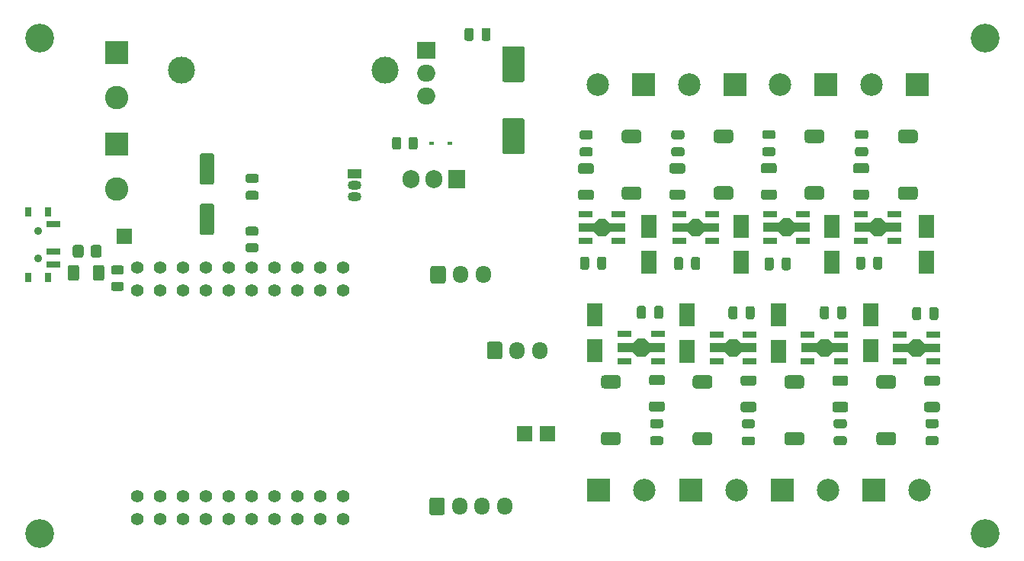
<source format=gts>
G04 #@! TF.GenerationSoftware,KiCad,Pcbnew,5.1.12-84ad8e8a86~92~ubuntu20.04.1*
G04 #@! TF.CreationDate,2021-11-25T00:21:49+01:00*
G04 #@! TF.ProjectId,CC dimmer low voltage,43432064-696d-46d6-9572-206c6f772076,0.93*
G04 #@! TF.SameCoordinates,Original*
G04 #@! TF.FileFunction,Soldermask,Top*
G04 #@! TF.FilePolarity,Negative*
%FSLAX46Y46*%
G04 Gerber Fmt 4.6, Leading zero omitted, Abs format (unit mm)*
G04 Created by KiCad (PCBNEW 5.1.12-84ad8e8a86~92~ubuntu20.04.1) date 2021-11-25 00:21:49*
%MOMM*%
%LPD*%
G01*
G04 APERTURE LIST*
%ADD10R,0.600000X0.450000*%
%ADD11C,1.400000*%
%ADD12O,2.000000X1.905000*%
%ADD13R,2.000000X1.905000*%
%ADD14C,3.000000*%
%ADD15R,1.700000X1.700000*%
%ADD16C,3.200000*%
%ADD17R,1.800000X2.500000*%
%ADD18O,1.700000X1.950000*%
%ADD19O,1.500000X1.050000*%
%ADD20R,1.500000X1.050000*%
%ADD21R,1.905000X2.000000*%
%ADD22O,1.905000X2.000000*%
%ADD23R,2.600000X2.600000*%
%ADD24C,2.600000*%
%ADD25C,2.500000*%
%ADD26R,2.500000X2.500000*%
%ADD27C,0.150000*%
%ADD28R,1.500000X0.700000*%
%ADD29C,0.900000*%
%ADD30R,0.800000X1.000000*%
G04 APERTURE END LIST*
D10*
X148447400Y-63998600D03*
X146347400Y-63998600D03*
G36*
G01*
X141997000Y-64435001D02*
X141997000Y-63534999D01*
G75*
G02*
X142246999Y-63285000I249999J0D01*
G01*
X142772001Y-63285000D01*
G75*
G02*
X143022000Y-63534999I0J-249999D01*
G01*
X143022000Y-64435001D01*
G75*
G02*
X142772001Y-64685000I-249999J0D01*
G01*
X142246999Y-64685000D01*
G75*
G02*
X141997000Y-64435001I0J249999D01*
G01*
G37*
G36*
G01*
X143822000Y-64435001D02*
X143822000Y-63534999D01*
G75*
G02*
X144071999Y-63285000I249999J0D01*
G01*
X144597001Y-63285000D01*
G75*
G02*
X144847000Y-63534999I0J-249999D01*
G01*
X144847000Y-64435001D01*
G75*
G02*
X144597001Y-64685000I-249999J0D01*
G01*
X144071999Y-64685000D01*
G75*
G02*
X143822000Y-64435001I0J249999D01*
G01*
G37*
D11*
X136522000Y-77775000D03*
X136522000Y-80315000D03*
X133982000Y-77775000D03*
X133982000Y-80315000D03*
X131442000Y-77775000D03*
X131442000Y-80315000D03*
X128902000Y-77775000D03*
X128902000Y-80315000D03*
X126362000Y-77775000D03*
X126362000Y-80315000D03*
X123822000Y-77775000D03*
X123822000Y-80315000D03*
X121282000Y-77775000D03*
X121282000Y-80315000D03*
X118742000Y-77775000D03*
X118742000Y-80315000D03*
X116202000Y-77775000D03*
X116202000Y-80315000D03*
X113662000Y-77775000D03*
X113662000Y-80315000D03*
X136522000Y-103175000D03*
X136522000Y-105715000D03*
X133982000Y-103175000D03*
X133982000Y-105715000D03*
X131442000Y-103175000D03*
X131442000Y-105715000D03*
X128902000Y-103175000D03*
X128902000Y-105715000D03*
X126362000Y-103175000D03*
X126362000Y-105715000D03*
X123822000Y-103175000D03*
X123822000Y-105715000D03*
X121282000Y-103175000D03*
X121282000Y-105715000D03*
X118742000Y-103175000D03*
X118742000Y-105715000D03*
X116202000Y-103175000D03*
X116202000Y-105715000D03*
X113662000Y-105715000D03*
X113662000Y-103175000D03*
D12*
X145796000Y-58703000D03*
X145796000Y-56163000D03*
D13*
X145796000Y-53623000D03*
D14*
X141212000Y-55875000D03*
X118612000Y-55875000D03*
D15*
X159222000Y-96275000D03*
D16*
X102880000Y-107300000D03*
G36*
G01*
X156462000Y-65195000D02*
X154462000Y-65195000D01*
G75*
G02*
X154212000Y-64945000I0J250000D01*
G01*
X154212000Y-61445000D01*
G75*
G02*
X154462000Y-61195000I250000J0D01*
G01*
X156462000Y-61195000D01*
G75*
G02*
X156712000Y-61445000I0J-250000D01*
G01*
X156712000Y-64945000D01*
G75*
G02*
X156462000Y-65195000I-250000J0D01*
G01*
G37*
G36*
G01*
X156462000Y-57195000D02*
X154462000Y-57195000D01*
G75*
G02*
X154212000Y-56945000I0J250000D01*
G01*
X154212000Y-53445000D01*
G75*
G02*
X154462000Y-53195000I250000J0D01*
G01*
X156462000Y-53195000D01*
G75*
G02*
X156712000Y-53445000I0J-250000D01*
G01*
X156712000Y-56945000D01*
G75*
G02*
X156462000Y-57195000I-250000J0D01*
G01*
G37*
G36*
G01*
X121982000Y-74185000D02*
X120882000Y-74185000D01*
G75*
G02*
X120632000Y-73935000I0J250000D01*
G01*
X120632000Y-70935000D01*
G75*
G02*
X120882000Y-70685000I250000J0D01*
G01*
X121982000Y-70685000D01*
G75*
G02*
X122232000Y-70935000I0J-250000D01*
G01*
X122232000Y-73935000D01*
G75*
G02*
X121982000Y-74185000I-250000J0D01*
G01*
G37*
G36*
G01*
X121982000Y-68585000D02*
X120882000Y-68585000D01*
G75*
G02*
X120632000Y-68335000I0J250000D01*
G01*
X120632000Y-65335000D01*
G75*
G02*
X120882000Y-65085000I250000J0D01*
G01*
X121982000Y-65085000D01*
G75*
G02*
X122232000Y-65335000I0J-250000D01*
G01*
X122232000Y-68335000D01*
G75*
G02*
X121982000Y-68585000I-250000J0D01*
G01*
G37*
D17*
X170492000Y-77185000D03*
X170492000Y-73185000D03*
X180762000Y-77205000D03*
X180762000Y-73205000D03*
X190832000Y-77195000D03*
X190832000Y-73195000D03*
X201302000Y-73225000D03*
X201302000Y-77225000D03*
G36*
G01*
X105977000Y-79000000D02*
X105977000Y-77750000D01*
G75*
G02*
X106227000Y-77500000I250000J0D01*
G01*
X106977000Y-77500000D01*
G75*
G02*
X107227000Y-77750000I0J-250000D01*
G01*
X107227000Y-79000000D01*
G75*
G02*
X106977000Y-79250000I-250000J0D01*
G01*
X106227000Y-79250000D01*
G75*
G02*
X105977000Y-79000000I0J250000D01*
G01*
G37*
G36*
G01*
X108777000Y-79000000D02*
X108777000Y-77750000D01*
G75*
G02*
X109027000Y-77500000I250000J0D01*
G01*
X109777000Y-77500000D01*
G75*
G02*
X110027000Y-77750000I0J-250000D01*
G01*
X110027000Y-79000000D01*
G75*
G02*
X109777000Y-79250000I-250000J0D01*
G01*
X109027000Y-79250000D01*
G75*
G02*
X108777000Y-79000000I0J250000D01*
G01*
G37*
G36*
G01*
X109732000Y-75524999D02*
X109732000Y-76425001D01*
G75*
G02*
X109482001Y-76675000I-249999J0D01*
G01*
X108781999Y-76675000D01*
G75*
G02*
X108532000Y-76425001I0J249999D01*
G01*
X108532000Y-75524999D01*
G75*
G02*
X108781999Y-75275000I249999J0D01*
G01*
X109482001Y-75275000D01*
G75*
G02*
X109732000Y-75524999I0J-249999D01*
G01*
G37*
G36*
G01*
X107732000Y-75524999D02*
X107732000Y-76425001D01*
G75*
G02*
X107482001Y-76675000I-249999J0D01*
G01*
X106781999Y-76675000D01*
G75*
G02*
X106532000Y-76425001I0J249999D01*
G01*
X106532000Y-75524999D01*
G75*
G02*
X106781999Y-75275000I249999J0D01*
G01*
X107482001Y-75275000D01*
G75*
G02*
X107732000Y-75524999I0J-249999D01*
G01*
G37*
D16*
X207880000Y-52300000D03*
G36*
G01*
X146242000Y-79310000D02*
X146242000Y-77860000D01*
G75*
G02*
X146492000Y-77610000I250000J0D01*
G01*
X147692000Y-77610000D01*
G75*
G02*
X147942000Y-77860000I0J-250000D01*
G01*
X147942000Y-79310000D01*
G75*
G02*
X147692000Y-79560000I-250000J0D01*
G01*
X146492000Y-79560000D01*
G75*
G02*
X146242000Y-79310000I0J250000D01*
G01*
G37*
D18*
X149592000Y-78585000D03*
X152092000Y-78585000D03*
G36*
G01*
X146132000Y-105040000D02*
X146132000Y-103590000D01*
G75*
G02*
X146382000Y-103340000I250000J0D01*
G01*
X147582000Y-103340000D01*
G75*
G02*
X147832000Y-103590000I0J-250000D01*
G01*
X147832000Y-105040000D01*
G75*
G02*
X147582000Y-105290000I-250000J0D01*
G01*
X146382000Y-105290000D01*
G75*
G02*
X146132000Y-105040000I0J250000D01*
G01*
G37*
X149482000Y-104315000D03*
X151982000Y-104315000D03*
X154482000Y-104315000D03*
D15*
X156672000Y-96275000D03*
X112292000Y-74275000D03*
G36*
G01*
X162896997Y-66230000D02*
X164147003Y-66230000D01*
G75*
G02*
X164397000Y-66479997I0J-249997D01*
G01*
X164397000Y-67105003D01*
G75*
G02*
X164147003Y-67355000I-249997J0D01*
G01*
X162896997Y-67355000D01*
G75*
G02*
X162647000Y-67105003I0J249997D01*
G01*
X162647000Y-66479997D01*
G75*
G02*
X162896997Y-66230000I249997J0D01*
G01*
G37*
G36*
G01*
X162896997Y-69155000D02*
X164147003Y-69155000D01*
G75*
G02*
X164397000Y-69404997I0J-249997D01*
G01*
X164397000Y-70030003D01*
G75*
G02*
X164147003Y-70280000I-249997J0D01*
G01*
X162896997Y-70280000D01*
G75*
G02*
X162647000Y-70030003I0J249997D01*
G01*
X162647000Y-69404997D01*
G75*
G02*
X162896997Y-69155000I249997J0D01*
G01*
G37*
G36*
G01*
X173046997Y-69135000D02*
X174297003Y-69135000D01*
G75*
G02*
X174547000Y-69384997I0J-249997D01*
G01*
X174547000Y-70010003D01*
G75*
G02*
X174297003Y-70260000I-249997J0D01*
G01*
X173046997Y-70260000D01*
G75*
G02*
X172797000Y-70010003I0J249997D01*
G01*
X172797000Y-69384997D01*
G75*
G02*
X173046997Y-69135000I249997J0D01*
G01*
G37*
G36*
G01*
X173046997Y-66210000D02*
X174297003Y-66210000D01*
G75*
G02*
X174547000Y-66459997I0J-249997D01*
G01*
X174547000Y-67085003D01*
G75*
G02*
X174297003Y-67335000I-249997J0D01*
G01*
X173046997Y-67335000D01*
G75*
G02*
X172797000Y-67085003I0J249997D01*
G01*
X172797000Y-66459997D01*
G75*
G02*
X173046997Y-66210000I249997J0D01*
G01*
G37*
G36*
G01*
X183206997Y-69125000D02*
X184457003Y-69125000D01*
G75*
G02*
X184707000Y-69374997I0J-249997D01*
G01*
X184707000Y-70000003D01*
G75*
G02*
X184457003Y-70250000I-249997J0D01*
G01*
X183206997Y-70250000D01*
G75*
G02*
X182957000Y-70000003I0J249997D01*
G01*
X182957000Y-69374997D01*
G75*
G02*
X183206997Y-69125000I249997J0D01*
G01*
G37*
G36*
G01*
X183206997Y-66200000D02*
X184457003Y-66200000D01*
G75*
G02*
X184707000Y-66449997I0J-249997D01*
G01*
X184707000Y-67075003D01*
G75*
G02*
X184457003Y-67325000I-249997J0D01*
G01*
X183206997Y-67325000D01*
G75*
G02*
X182957000Y-67075003I0J249997D01*
G01*
X182957000Y-66449997D01*
G75*
G02*
X183206997Y-66200000I249997J0D01*
G01*
G37*
G36*
G01*
X193446997Y-66200000D02*
X194697003Y-66200000D01*
G75*
G02*
X194947000Y-66449997I0J-249997D01*
G01*
X194947000Y-67075003D01*
G75*
G02*
X194697003Y-67325000I-249997J0D01*
G01*
X193446997Y-67325000D01*
G75*
G02*
X193197000Y-67075003I0J249997D01*
G01*
X193197000Y-66449997D01*
G75*
G02*
X193446997Y-66200000I249997J0D01*
G01*
G37*
G36*
G01*
X193446997Y-69125000D02*
X194697003Y-69125000D01*
G75*
G02*
X194947000Y-69374997I0J-249997D01*
G01*
X194947000Y-70000003D01*
G75*
G02*
X194697003Y-70250000I-249997J0D01*
G01*
X193446997Y-70250000D01*
G75*
G02*
X193197000Y-70000003I0J249997D01*
G01*
X193197000Y-69374997D01*
G75*
G02*
X193446997Y-69125000I249997J0D01*
G01*
G37*
D19*
X137862000Y-68685000D03*
X137862000Y-69955000D03*
D20*
X137862000Y-67415000D03*
D21*
X149152000Y-67985000D03*
D22*
X146612000Y-67985000D03*
X144072000Y-67985000D03*
D23*
X111412000Y-53895000D03*
D24*
X111412000Y-58895000D03*
D25*
X164802000Y-57507000D03*
D26*
X169882000Y-57507000D03*
X180032000Y-57505000D03*
D25*
X174952000Y-57505000D03*
X185102000Y-57495000D03*
D26*
X190182000Y-57495000D03*
X200332000Y-57485000D03*
D25*
X195252000Y-57485000D03*
D27*
G36*
X164392000Y-73835000D02*
G01*
X162692000Y-73835000D01*
X162692000Y-72835000D01*
X164392000Y-72835000D01*
X164892000Y-72335000D01*
X165692000Y-72335000D01*
X166192000Y-72835000D01*
X167892000Y-72835000D01*
X167892000Y-73835000D01*
X166192000Y-73835000D01*
X165692000Y-74335000D01*
X164892000Y-74335000D01*
X164392000Y-73835000D01*
G37*
D28*
X167142000Y-71835000D03*
X167142000Y-74835000D03*
X163442000Y-71835000D03*
X163442000Y-74835000D03*
D27*
G36*
X174822000Y-73835000D02*
G01*
X173122000Y-73835000D01*
X173122000Y-72835000D01*
X174822000Y-72835000D01*
X175322000Y-72335000D01*
X176122000Y-72335000D01*
X176622000Y-72835000D01*
X178322000Y-72835000D01*
X178322000Y-73835000D01*
X176622000Y-73835000D01*
X176122000Y-74335000D01*
X175322000Y-74335000D01*
X174822000Y-73835000D01*
G37*
D28*
X177572000Y-71835000D03*
X177572000Y-74835000D03*
X173872000Y-71835000D03*
X173872000Y-74835000D03*
D27*
G36*
X184882000Y-73825000D02*
G01*
X183182000Y-73825000D01*
X183182000Y-72825000D01*
X184882000Y-72825000D01*
X185382000Y-72325000D01*
X186182000Y-72325000D01*
X186682000Y-72825000D01*
X188382000Y-72825000D01*
X188382000Y-73825000D01*
X186682000Y-73825000D01*
X186182000Y-74325000D01*
X185382000Y-74325000D01*
X184882000Y-73825000D01*
G37*
D28*
X187632000Y-71825000D03*
X187632000Y-74825000D03*
X183932000Y-71825000D03*
X183932000Y-74825000D03*
D27*
G36*
X195032000Y-73825000D02*
G01*
X193332000Y-73825000D01*
X193332000Y-72825000D01*
X195032000Y-72825000D01*
X195532000Y-72325000D01*
X196332000Y-72325000D01*
X196832000Y-72825000D01*
X198532000Y-72825000D01*
X198532000Y-73825000D01*
X196832000Y-73825000D01*
X196332000Y-74325000D01*
X195532000Y-74325000D01*
X195032000Y-73825000D01*
G37*
D28*
X197782000Y-71825000D03*
X197782000Y-74825000D03*
X194082000Y-71825000D03*
X194082000Y-74825000D03*
G36*
G01*
X169317000Y-70285000D02*
X167867000Y-70285000D01*
G75*
G02*
X167492000Y-69910000I0J375000D01*
G01*
X167492000Y-69160000D01*
G75*
G02*
X167867000Y-68785000I375000J0D01*
G01*
X169317000Y-68785000D01*
G75*
G02*
X169692000Y-69160000I0J-375000D01*
G01*
X169692000Y-69910000D01*
G75*
G02*
X169317000Y-70285000I-375000J0D01*
G01*
G37*
G36*
G01*
X169317000Y-63985000D02*
X167867000Y-63985000D01*
G75*
G02*
X167492000Y-63610000I0J375000D01*
G01*
X167492000Y-62860000D01*
G75*
G02*
X167867000Y-62485000I375000J0D01*
G01*
X169317000Y-62485000D01*
G75*
G02*
X169692000Y-62860000I0J-375000D01*
G01*
X169692000Y-63610000D01*
G75*
G02*
X169317000Y-63985000I-375000J0D01*
G01*
G37*
G36*
G01*
X179517000Y-70265000D02*
X178067000Y-70265000D01*
G75*
G02*
X177692000Y-69890000I0J375000D01*
G01*
X177692000Y-69140000D01*
G75*
G02*
X178067000Y-68765000I375000J0D01*
G01*
X179517000Y-68765000D01*
G75*
G02*
X179892000Y-69140000I0J-375000D01*
G01*
X179892000Y-69890000D01*
G75*
G02*
X179517000Y-70265000I-375000J0D01*
G01*
G37*
G36*
G01*
X179517000Y-63965000D02*
X178067000Y-63965000D01*
G75*
G02*
X177692000Y-63590000I0J375000D01*
G01*
X177692000Y-62840000D01*
G75*
G02*
X178067000Y-62465000I375000J0D01*
G01*
X179517000Y-62465000D01*
G75*
G02*
X179892000Y-62840000I0J-375000D01*
G01*
X179892000Y-63590000D01*
G75*
G02*
X179517000Y-63965000I-375000J0D01*
G01*
G37*
G36*
G01*
X189607000Y-63965000D02*
X188157000Y-63965000D01*
G75*
G02*
X187782000Y-63590000I0J375000D01*
G01*
X187782000Y-62840000D01*
G75*
G02*
X188157000Y-62465000I375000J0D01*
G01*
X189607000Y-62465000D01*
G75*
G02*
X189982000Y-62840000I0J-375000D01*
G01*
X189982000Y-63590000D01*
G75*
G02*
X189607000Y-63965000I-375000J0D01*
G01*
G37*
G36*
G01*
X189607000Y-70265000D02*
X188157000Y-70265000D01*
G75*
G02*
X187782000Y-69890000I0J375000D01*
G01*
X187782000Y-69140000D01*
G75*
G02*
X188157000Y-68765000I375000J0D01*
G01*
X189607000Y-68765000D01*
G75*
G02*
X189982000Y-69140000I0J-375000D01*
G01*
X189982000Y-69890000D01*
G75*
G02*
X189607000Y-70265000I-375000J0D01*
G01*
G37*
G36*
G01*
X199997000Y-70275000D02*
X198547000Y-70275000D01*
G75*
G02*
X198172000Y-69900000I0J375000D01*
G01*
X198172000Y-69150000D01*
G75*
G02*
X198547000Y-68775000I375000J0D01*
G01*
X199997000Y-68775000D01*
G75*
G02*
X200372000Y-69150000I0J-375000D01*
G01*
X200372000Y-69900000D01*
G75*
G02*
X199997000Y-70275000I-375000J0D01*
G01*
G37*
G36*
G01*
X199997000Y-63975000D02*
X198547000Y-63975000D01*
G75*
G02*
X198172000Y-63600000I0J375000D01*
G01*
X198172000Y-62850000D01*
G75*
G02*
X198547000Y-62475000I375000J0D01*
G01*
X199997000Y-62475000D01*
G75*
G02*
X200372000Y-62850000I0J-375000D01*
G01*
X200372000Y-63600000D01*
G75*
G02*
X199997000Y-63975000I-375000J0D01*
G01*
G37*
D17*
X195122000Y-87045000D03*
X195122000Y-83045000D03*
X184932000Y-87075000D03*
X184932000Y-83075000D03*
X174752000Y-83075000D03*
X174752000Y-87075000D03*
X164462000Y-83055000D03*
X164462000Y-87055000D03*
G36*
G01*
X196137000Y-89745000D02*
X197587000Y-89745000D01*
G75*
G02*
X197962000Y-90120000I0J-375000D01*
G01*
X197962000Y-90870000D01*
G75*
G02*
X197587000Y-91245000I-375000J0D01*
G01*
X196137000Y-91245000D01*
G75*
G02*
X195762000Y-90870000I0J375000D01*
G01*
X195762000Y-90120000D01*
G75*
G02*
X196137000Y-89745000I375000J0D01*
G01*
G37*
G36*
G01*
X196137000Y-96045000D02*
X197587000Y-96045000D01*
G75*
G02*
X197962000Y-96420000I0J-375000D01*
G01*
X197962000Y-97170000D01*
G75*
G02*
X197587000Y-97545000I-375000J0D01*
G01*
X196137000Y-97545000D01*
G75*
G02*
X195762000Y-97170000I0J375000D01*
G01*
X195762000Y-96420000D01*
G75*
G02*
X196137000Y-96045000I375000J0D01*
G01*
G37*
G36*
G01*
X185937000Y-96045000D02*
X187387000Y-96045000D01*
G75*
G02*
X187762000Y-96420000I0J-375000D01*
G01*
X187762000Y-97170000D01*
G75*
G02*
X187387000Y-97545000I-375000J0D01*
G01*
X185937000Y-97545000D01*
G75*
G02*
X185562000Y-97170000I0J375000D01*
G01*
X185562000Y-96420000D01*
G75*
G02*
X185937000Y-96045000I375000J0D01*
G01*
G37*
G36*
G01*
X185937000Y-89745000D02*
X187387000Y-89745000D01*
G75*
G02*
X187762000Y-90120000I0J-375000D01*
G01*
X187762000Y-90870000D01*
G75*
G02*
X187387000Y-91245000I-375000J0D01*
G01*
X185937000Y-91245000D01*
G75*
G02*
X185562000Y-90870000I0J375000D01*
G01*
X185562000Y-90120000D01*
G75*
G02*
X185937000Y-89745000I375000J0D01*
G01*
G37*
G36*
G01*
X175747000Y-89745000D02*
X177197000Y-89745000D01*
G75*
G02*
X177572000Y-90120000I0J-375000D01*
G01*
X177572000Y-90870000D01*
G75*
G02*
X177197000Y-91245000I-375000J0D01*
G01*
X175747000Y-91245000D01*
G75*
G02*
X175372000Y-90870000I0J375000D01*
G01*
X175372000Y-90120000D01*
G75*
G02*
X175747000Y-89745000I375000J0D01*
G01*
G37*
G36*
G01*
X175747000Y-96045000D02*
X177197000Y-96045000D01*
G75*
G02*
X177572000Y-96420000I0J-375000D01*
G01*
X177572000Y-97170000D01*
G75*
G02*
X177197000Y-97545000I-375000J0D01*
G01*
X175747000Y-97545000D01*
G75*
G02*
X175372000Y-97170000I0J375000D01*
G01*
X175372000Y-96420000D01*
G75*
G02*
X175747000Y-96045000I375000J0D01*
G01*
G37*
G36*
G01*
X165557000Y-96035000D02*
X167007000Y-96035000D01*
G75*
G02*
X167382000Y-96410000I0J-375000D01*
G01*
X167382000Y-97160000D01*
G75*
G02*
X167007000Y-97535000I-375000J0D01*
G01*
X165557000Y-97535000D01*
G75*
G02*
X165182000Y-97160000I0J375000D01*
G01*
X165182000Y-96410000D01*
G75*
G02*
X165557000Y-96035000I375000J0D01*
G01*
G37*
G36*
G01*
X165557000Y-89735000D02*
X167007000Y-89735000D01*
G75*
G02*
X167382000Y-90110000I0J-375000D01*
G01*
X167382000Y-90860000D01*
G75*
G02*
X167007000Y-91235000I-375000J0D01*
G01*
X165557000Y-91235000D01*
G75*
G02*
X165182000Y-90860000I0J375000D01*
G01*
X165182000Y-90110000D01*
G75*
G02*
X165557000Y-89735000I375000J0D01*
G01*
G37*
D26*
X195472000Y-102545000D03*
D25*
X200552000Y-102545000D03*
X190382000Y-102545000D03*
D26*
X185302000Y-102545000D03*
X175132000Y-102545000D03*
D25*
X180212000Y-102545000D03*
X170032000Y-102545000D03*
D26*
X164952000Y-102545000D03*
G36*
G01*
X202577003Y-93850000D02*
X201326997Y-93850000D01*
G75*
G02*
X201077000Y-93600003I0J249997D01*
G01*
X201077000Y-92974997D01*
G75*
G02*
X201326997Y-92725000I249997J0D01*
G01*
X202577003Y-92725000D01*
G75*
G02*
X202827000Y-92974997I0J-249997D01*
G01*
X202827000Y-93600003D01*
G75*
G02*
X202577003Y-93850000I-249997J0D01*
G01*
G37*
G36*
G01*
X202577003Y-90925000D02*
X201326997Y-90925000D01*
G75*
G02*
X201077000Y-90675003I0J249997D01*
G01*
X201077000Y-90049997D01*
G75*
G02*
X201326997Y-89800000I249997J0D01*
G01*
X202577003Y-89800000D01*
G75*
G02*
X202827000Y-90049997I0J-249997D01*
G01*
X202827000Y-90675003D01*
G75*
G02*
X202577003Y-90925000I-249997J0D01*
G01*
G37*
G36*
G01*
X192387003Y-90915000D02*
X191136997Y-90915000D01*
G75*
G02*
X190887000Y-90665003I0J249997D01*
G01*
X190887000Y-90039997D01*
G75*
G02*
X191136997Y-89790000I249997J0D01*
G01*
X192387003Y-89790000D01*
G75*
G02*
X192637000Y-90039997I0J-249997D01*
G01*
X192637000Y-90665003D01*
G75*
G02*
X192387003Y-90915000I-249997J0D01*
G01*
G37*
G36*
G01*
X192387003Y-93840000D02*
X191136997Y-93840000D01*
G75*
G02*
X190887000Y-93590003I0J249997D01*
G01*
X190887000Y-92964997D01*
G75*
G02*
X191136997Y-92715000I249997J0D01*
G01*
X192387003Y-92715000D01*
G75*
G02*
X192637000Y-92964997I0J-249997D01*
G01*
X192637000Y-93590003D01*
G75*
G02*
X192387003Y-93840000I-249997J0D01*
G01*
G37*
G36*
G01*
X182197003Y-90915000D02*
X180946997Y-90915000D01*
G75*
G02*
X180697000Y-90665003I0J249997D01*
G01*
X180697000Y-90039997D01*
G75*
G02*
X180946997Y-89790000I249997J0D01*
G01*
X182197003Y-89790000D01*
G75*
G02*
X182447000Y-90039997I0J-249997D01*
G01*
X182447000Y-90665003D01*
G75*
G02*
X182197003Y-90915000I-249997J0D01*
G01*
G37*
G36*
G01*
X182197003Y-93840000D02*
X180946997Y-93840000D01*
G75*
G02*
X180697000Y-93590003I0J249997D01*
G01*
X180697000Y-92964997D01*
G75*
G02*
X180946997Y-92715000I249997J0D01*
G01*
X182197003Y-92715000D01*
G75*
G02*
X182447000Y-92964997I0J-249997D01*
G01*
X182447000Y-93590003D01*
G75*
G02*
X182197003Y-93840000I-249997J0D01*
G01*
G37*
G36*
G01*
X172027003Y-93790000D02*
X170776997Y-93790000D01*
G75*
G02*
X170527000Y-93540003I0J249997D01*
G01*
X170527000Y-92914997D01*
G75*
G02*
X170776997Y-92665000I249997J0D01*
G01*
X172027003Y-92665000D01*
G75*
G02*
X172277000Y-92914997I0J-249997D01*
G01*
X172277000Y-93540003D01*
G75*
G02*
X172027003Y-93790000I-249997J0D01*
G01*
G37*
G36*
G01*
X172027003Y-90865000D02*
X170776997Y-90865000D01*
G75*
G02*
X170527000Y-90615003I0J249997D01*
G01*
X170527000Y-89989997D01*
G75*
G02*
X170776997Y-89740000I249997J0D01*
G01*
X172027003Y-89740000D01*
G75*
G02*
X172277000Y-89989997I0J-249997D01*
G01*
X172277000Y-90615003D01*
G75*
G02*
X172027003Y-90865000I-249997J0D01*
G01*
G37*
D28*
X202082000Y-85225000D03*
X202082000Y-88225000D03*
X198382000Y-85225000D03*
X198382000Y-88225000D03*
D27*
G36*
X201132000Y-86225000D02*
G01*
X202832000Y-86225000D01*
X202832000Y-87225000D01*
X201132000Y-87225000D01*
X200632000Y-87725000D01*
X199832000Y-87725000D01*
X199332000Y-87225000D01*
X197632000Y-87225000D01*
X197632000Y-86225000D01*
X199332000Y-86225000D01*
X199832000Y-85725000D01*
X200632000Y-85725000D01*
X201132000Y-86225000D01*
G37*
G36*
X190902000Y-86205000D02*
G01*
X192602000Y-86205000D01*
X192602000Y-87205000D01*
X190902000Y-87205000D01*
X190402000Y-87705000D01*
X189602000Y-87705000D01*
X189102000Y-87205000D01*
X187402000Y-87205000D01*
X187402000Y-86205000D01*
X189102000Y-86205000D01*
X189602000Y-85705000D01*
X190402000Y-85705000D01*
X190902000Y-86205000D01*
G37*
D28*
X188152000Y-88205000D03*
X188152000Y-85205000D03*
X191852000Y-88205000D03*
X191852000Y-85205000D03*
X181702000Y-85205000D03*
X181702000Y-88205000D03*
X178002000Y-85205000D03*
X178002000Y-88205000D03*
D27*
G36*
X180752000Y-86205000D02*
G01*
X182452000Y-86205000D01*
X182452000Y-87205000D01*
X180752000Y-87205000D01*
X180252000Y-87705000D01*
X179452000Y-87705000D01*
X178952000Y-87205000D01*
X177252000Y-87205000D01*
X177252000Y-86205000D01*
X178952000Y-86205000D01*
X179452000Y-85705000D01*
X180252000Y-85705000D01*
X180752000Y-86205000D01*
G37*
G36*
X170562000Y-86185000D02*
G01*
X172262000Y-86185000D01*
X172262000Y-87185000D01*
X170562000Y-87185000D01*
X170062000Y-87685000D01*
X169262000Y-87685000D01*
X168762000Y-87185000D01*
X167062000Y-87185000D01*
X167062000Y-86185000D01*
X168762000Y-86185000D01*
X169262000Y-85685000D01*
X170062000Y-85685000D01*
X170562000Y-86185000D01*
G37*
D28*
X167812000Y-88185000D03*
X167812000Y-85185000D03*
X171512000Y-88185000D03*
X171512000Y-85185000D03*
D16*
X102880000Y-52300000D03*
X207880000Y-107300000D03*
G36*
G01*
X162872000Y-77780000D02*
X162872000Y-76830000D01*
G75*
G02*
X163122000Y-76580000I250000J0D01*
G01*
X163622000Y-76580000D01*
G75*
G02*
X163872000Y-76830000I0J-250000D01*
G01*
X163872000Y-77780000D01*
G75*
G02*
X163622000Y-78030000I-250000J0D01*
G01*
X163122000Y-78030000D01*
G75*
G02*
X162872000Y-77780000I0J250000D01*
G01*
G37*
G36*
G01*
X164772000Y-77780000D02*
X164772000Y-76830000D01*
G75*
G02*
X165022000Y-76580000I250000J0D01*
G01*
X165522000Y-76580000D01*
G75*
G02*
X165772000Y-76830000I0J-250000D01*
G01*
X165772000Y-77780000D01*
G75*
G02*
X165522000Y-78030000I-250000J0D01*
G01*
X165022000Y-78030000D01*
G75*
G02*
X164772000Y-77780000I0J250000D01*
G01*
G37*
G36*
G01*
X164017000Y-65445000D02*
X163067000Y-65445000D01*
G75*
G02*
X162817000Y-65195000I0J250000D01*
G01*
X162817000Y-64695000D01*
G75*
G02*
X163067000Y-64445000I250000J0D01*
G01*
X164017000Y-64445000D01*
G75*
G02*
X164267000Y-64695000I0J-250000D01*
G01*
X164267000Y-65195000D01*
G75*
G02*
X164017000Y-65445000I-250000J0D01*
G01*
G37*
G36*
G01*
X164017000Y-63545000D02*
X163067000Y-63545000D01*
G75*
G02*
X162817000Y-63295000I0J250000D01*
G01*
X162817000Y-62795000D01*
G75*
G02*
X163067000Y-62545000I250000J0D01*
G01*
X164017000Y-62545000D01*
G75*
G02*
X164267000Y-62795000I0J-250000D01*
G01*
X164267000Y-63295000D01*
G75*
G02*
X164017000Y-63545000I-250000J0D01*
G01*
G37*
G36*
G01*
X175202000Y-77810000D02*
X175202000Y-76860000D01*
G75*
G02*
X175452000Y-76610000I250000J0D01*
G01*
X175952000Y-76610000D01*
G75*
G02*
X176202000Y-76860000I0J-250000D01*
G01*
X176202000Y-77810000D01*
G75*
G02*
X175952000Y-78060000I-250000J0D01*
G01*
X175452000Y-78060000D01*
G75*
G02*
X175202000Y-77810000I0J250000D01*
G01*
G37*
G36*
G01*
X173302000Y-77810000D02*
X173302000Y-76860000D01*
G75*
G02*
X173552000Y-76610000I250000J0D01*
G01*
X174052000Y-76610000D01*
G75*
G02*
X174302000Y-76860000I0J-250000D01*
G01*
X174302000Y-77810000D01*
G75*
G02*
X174052000Y-78060000I-250000J0D01*
G01*
X173552000Y-78060000D01*
G75*
G02*
X173302000Y-77810000I0J250000D01*
G01*
G37*
G36*
G01*
X174202000Y-63545000D02*
X173252000Y-63545000D01*
G75*
G02*
X173002000Y-63295000I0J250000D01*
G01*
X173002000Y-62795000D01*
G75*
G02*
X173252000Y-62545000I250000J0D01*
G01*
X174202000Y-62545000D01*
G75*
G02*
X174452000Y-62795000I0J-250000D01*
G01*
X174452000Y-63295000D01*
G75*
G02*
X174202000Y-63545000I-250000J0D01*
G01*
G37*
G36*
G01*
X174202000Y-65445000D02*
X173252000Y-65445000D01*
G75*
G02*
X173002000Y-65195000I0J250000D01*
G01*
X173002000Y-64695000D01*
G75*
G02*
X173252000Y-64445000I250000J0D01*
G01*
X174202000Y-64445000D01*
G75*
G02*
X174452000Y-64695000I0J-250000D01*
G01*
X174452000Y-65195000D01*
G75*
G02*
X174202000Y-65445000I-250000J0D01*
G01*
G37*
G36*
G01*
X183352000Y-77845000D02*
X183352000Y-76895000D01*
G75*
G02*
X183602000Y-76645000I250000J0D01*
G01*
X184102000Y-76645000D01*
G75*
G02*
X184352000Y-76895000I0J-250000D01*
G01*
X184352000Y-77845000D01*
G75*
G02*
X184102000Y-78095000I-250000J0D01*
G01*
X183602000Y-78095000D01*
G75*
G02*
X183352000Y-77845000I0J250000D01*
G01*
G37*
G36*
G01*
X185252000Y-77845000D02*
X185252000Y-76895000D01*
G75*
G02*
X185502000Y-76645000I250000J0D01*
G01*
X186002000Y-76645000D01*
G75*
G02*
X186252000Y-76895000I0J-250000D01*
G01*
X186252000Y-77845000D01*
G75*
G02*
X186002000Y-78095000I-250000J0D01*
G01*
X185502000Y-78095000D01*
G75*
G02*
X185252000Y-77845000I0J250000D01*
G01*
G37*
G36*
G01*
X184302000Y-65420000D02*
X183352000Y-65420000D01*
G75*
G02*
X183102000Y-65170000I0J250000D01*
G01*
X183102000Y-64670000D01*
G75*
G02*
X183352000Y-64420000I250000J0D01*
G01*
X184302000Y-64420000D01*
G75*
G02*
X184552000Y-64670000I0J-250000D01*
G01*
X184552000Y-65170000D01*
G75*
G02*
X184302000Y-65420000I-250000J0D01*
G01*
G37*
G36*
G01*
X184302000Y-63520000D02*
X183352000Y-63520000D01*
G75*
G02*
X183102000Y-63270000I0J250000D01*
G01*
X183102000Y-62770000D01*
G75*
G02*
X183352000Y-62520000I250000J0D01*
G01*
X184302000Y-62520000D01*
G75*
G02*
X184552000Y-62770000I0J-250000D01*
G01*
X184552000Y-63270000D01*
G75*
G02*
X184302000Y-63520000I-250000J0D01*
G01*
G37*
G36*
G01*
X195422000Y-77770000D02*
X195422000Y-76820000D01*
G75*
G02*
X195672000Y-76570000I250000J0D01*
G01*
X196172000Y-76570000D01*
G75*
G02*
X196422000Y-76820000I0J-250000D01*
G01*
X196422000Y-77770000D01*
G75*
G02*
X196172000Y-78020000I-250000J0D01*
G01*
X195672000Y-78020000D01*
G75*
G02*
X195422000Y-77770000I0J250000D01*
G01*
G37*
G36*
G01*
X193522000Y-77770000D02*
X193522000Y-76820000D01*
G75*
G02*
X193772000Y-76570000I250000J0D01*
G01*
X194272000Y-76570000D01*
G75*
G02*
X194522000Y-76820000I0J-250000D01*
G01*
X194522000Y-77770000D01*
G75*
G02*
X194272000Y-78020000I-250000J0D01*
G01*
X193772000Y-78020000D01*
G75*
G02*
X193522000Y-77770000I0J250000D01*
G01*
G37*
G36*
G01*
X194602000Y-63520000D02*
X193652000Y-63520000D01*
G75*
G02*
X193402000Y-63270000I0J250000D01*
G01*
X193402000Y-62770000D01*
G75*
G02*
X193652000Y-62520000I250000J0D01*
G01*
X194602000Y-62520000D01*
G75*
G02*
X194852000Y-62770000I0J-250000D01*
G01*
X194852000Y-63270000D01*
G75*
G02*
X194602000Y-63520000I-250000J0D01*
G01*
G37*
G36*
G01*
X194602000Y-65420000D02*
X193652000Y-65420000D01*
G75*
G02*
X193402000Y-65170000I0J250000D01*
G01*
X193402000Y-64670000D01*
G75*
G02*
X193652000Y-64420000I250000J0D01*
G01*
X194602000Y-64420000D01*
G75*
G02*
X194852000Y-64670000I0J-250000D01*
G01*
X194852000Y-65170000D01*
G75*
G02*
X194602000Y-65420000I-250000J0D01*
G01*
G37*
G36*
G01*
X200752000Y-82420000D02*
X200752000Y-83370000D01*
G75*
G02*
X200502000Y-83620000I-250000J0D01*
G01*
X200002000Y-83620000D01*
G75*
G02*
X199752000Y-83370000I0J250000D01*
G01*
X199752000Y-82420000D01*
G75*
G02*
X200002000Y-82170000I250000J0D01*
G01*
X200502000Y-82170000D01*
G75*
G02*
X200752000Y-82420000I0J-250000D01*
G01*
G37*
G36*
G01*
X202652000Y-82420000D02*
X202652000Y-83370000D01*
G75*
G02*
X202402000Y-83620000I-250000J0D01*
G01*
X201902000Y-83620000D01*
G75*
G02*
X201652000Y-83370000I0J250000D01*
G01*
X201652000Y-82420000D01*
G75*
G02*
X201902000Y-82170000I250000J0D01*
G01*
X202402000Y-82170000D01*
G75*
G02*
X202652000Y-82420000I0J-250000D01*
G01*
G37*
G36*
G01*
X201477000Y-96520000D02*
X202427000Y-96520000D01*
G75*
G02*
X202677000Y-96770000I0J-250000D01*
G01*
X202677000Y-97270000D01*
G75*
G02*
X202427000Y-97520000I-250000J0D01*
G01*
X201477000Y-97520000D01*
G75*
G02*
X201227000Y-97270000I0J250000D01*
G01*
X201227000Y-96770000D01*
G75*
G02*
X201477000Y-96520000I250000J0D01*
G01*
G37*
G36*
G01*
X201477000Y-94620000D02*
X202427000Y-94620000D01*
G75*
G02*
X202677000Y-94870000I0J-250000D01*
G01*
X202677000Y-95370000D01*
G75*
G02*
X202427000Y-95620000I-250000J0D01*
G01*
X201477000Y-95620000D01*
G75*
G02*
X201227000Y-95370000I0J250000D01*
G01*
X201227000Y-94870000D01*
G75*
G02*
X201477000Y-94620000I250000J0D01*
G01*
G37*
G36*
G01*
X192412000Y-82320000D02*
X192412000Y-83270000D01*
G75*
G02*
X192162000Y-83520000I-250000J0D01*
G01*
X191662000Y-83520000D01*
G75*
G02*
X191412000Y-83270000I0J250000D01*
G01*
X191412000Y-82320000D01*
G75*
G02*
X191662000Y-82070000I250000J0D01*
G01*
X192162000Y-82070000D01*
G75*
G02*
X192412000Y-82320000I0J-250000D01*
G01*
G37*
G36*
G01*
X190512000Y-82320000D02*
X190512000Y-83270000D01*
G75*
G02*
X190262000Y-83520000I-250000J0D01*
G01*
X189762000Y-83520000D01*
G75*
G02*
X189512000Y-83270000I0J250000D01*
G01*
X189512000Y-82320000D01*
G75*
G02*
X189762000Y-82070000I250000J0D01*
G01*
X190262000Y-82070000D01*
G75*
G02*
X190512000Y-82320000I0J-250000D01*
G01*
G37*
G36*
G01*
X191277000Y-94620000D02*
X192227000Y-94620000D01*
G75*
G02*
X192477000Y-94870000I0J-250000D01*
G01*
X192477000Y-95370000D01*
G75*
G02*
X192227000Y-95620000I-250000J0D01*
G01*
X191277000Y-95620000D01*
G75*
G02*
X191027000Y-95370000I0J250000D01*
G01*
X191027000Y-94870000D01*
G75*
G02*
X191277000Y-94620000I250000J0D01*
G01*
G37*
G36*
G01*
X191277000Y-96520000D02*
X192227000Y-96520000D01*
G75*
G02*
X192477000Y-96770000I0J-250000D01*
G01*
X192477000Y-97270000D01*
G75*
G02*
X192227000Y-97520000I-250000J0D01*
G01*
X191277000Y-97520000D01*
G75*
G02*
X191027000Y-97270000I0J250000D01*
G01*
X191027000Y-96770000D01*
G75*
G02*
X191277000Y-96520000I250000J0D01*
G01*
G37*
G36*
G01*
X182252000Y-82330000D02*
X182252000Y-83280000D01*
G75*
G02*
X182002000Y-83530000I-250000J0D01*
G01*
X181502000Y-83530000D01*
G75*
G02*
X181252000Y-83280000I0J250000D01*
G01*
X181252000Y-82330000D01*
G75*
G02*
X181502000Y-82080000I250000J0D01*
G01*
X182002000Y-82080000D01*
G75*
G02*
X182252000Y-82330000I0J-250000D01*
G01*
G37*
G36*
G01*
X180352000Y-82330000D02*
X180352000Y-83280000D01*
G75*
G02*
X180102000Y-83530000I-250000J0D01*
G01*
X179602000Y-83530000D01*
G75*
G02*
X179352000Y-83280000I0J250000D01*
G01*
X179352000Y-82330000D01*
G75*
G02*
X179602000Y-82080000I250000J0D01*
G01*
X180102000Y-82080000D01*
G75*
G02*
X180352000Y-82330000I0J-250000D01*
G01*
G37*
G36*
G01*
X181077000Y-96545000D02*
X182027000Y-96545000D01*
G75*
G02*
X182277000Y-96795000I0J-250000D01*
G01*
X182277000Y-97295000D01*
G75*
G02*
X182027000Y-97545000I-250000J0D01*
G01*
X181077000Y-97545000D01*
G75*
G02*
X180827000Y-97295000I0J250000D01*
G01*
X180827000Y-96795000D01*
G75*
G02*
X181077000Y-96545000I250000J0D01*
G01*
G37*
G36*
G01*
X181077000Y-94645000D02*
X182027000Y-94645000D01*
G75*
G02*
X182277000Y-94895000I0J-250000D01*
G01*
X182277000Y-95395000D01*
G75*
G02*
X182027000Y-95645000I-250000J0D01*
G01*
X181077000Y-95645000D01*
G75*
G02*
X180827000Y-95395000I0J250000D01*
G01*
X180827000Y-94895000D01*
G75*
G02*
X181077000Y-94645000I250000J0D01*
G01*
G37*
G36*
G01*
X170182000Y-82300000D02*
X170182000Y-83250000D01*
G75*
G02*
X169932000Y-83500000I-250000J0D01*
G01*
X169432000Y-83500000D01*
G75*
G02*
X169182000Y-83250000I0J250000D01*
G01*
X169182000Y-82300000D01*
G75*
G02*
X169432000Y-82050000I250000J0D01*
G01*
X169932000Y-82050000D01*
G75*
G02*
X170182000Y-82300000I0J-250000D01*
G01*
G37*
G36*
G01*
X172082000Y-82300000D02*
X172082000Y-83250000D01*
G75*
G02*
X171832000Y-83500000I-250000J0D01*
G01*
X171332000Y-83500000D01*
G75*
G02*
X171082000Y-83250000I0J250000D01*
G01*
X171082000Y-82300000D01*
G75*
G02*
X171332000Y-82050000I250000J0D01*
G01*
X171832000Y-82050000D01*
G75*
G02*
X172082000Y-82300000I0J-250000D01*
G01*
G37*
G36*
G01*
X170902000Y-94620000D02*
X171852000Y-94620000D01*
G75*
G02*
X172102000Y-94870000I0J-250000D01*
G01*
X172102000Y-95370000D01*
G75*
G02*
X171852000Y-95620000I-250000J0D01*
G01*
X170902000Y-95620000D01*
G75*
G02*
X170652000Y-95370000I0J250000D01*
G01*
X170652000Y-94870000D01*
G75*
G02*
X170902000Y-94620000I250000J0D01*
G01*
G37*
G36*
G01*
X170902000Y-96520000D02*
X171852000Y-96520000D01*
G75*
G02*
X172102000Y-96770000I0J-250000D01*
G01*
X172102000Y-97270000D01*
G75*
G02*
X171852000Y-97520000I-250000J0D01*
G01*
X170902000Y-97520000D01*
G75*
G02*
X170652000Y-97270000I0J250000D01*
G01*
X170652000Y-96770000D01*
G75*
G02*
X170902000Y-96520000I250000J0D01*
G01*
G37*
G36*
G01*
X151032000Y-51420000D02*
X151032000Y-52370000D01*
G75*
G02*
X150782000Y-52620000I-250000J0D01*
G01*
X150282000Y-52620000D01*
G75*
G02*
X150032000Y-52370000I0J250000D01*
G01*
X150032000Y-51420000D01*
G75*
G02*
X150282000Y-51170000I250000J0D01*
G01*
X150782000Y-51170000D01*
G75*
G02*
X151032000Y-51420000I0J-250000D01*
G01*
G37*
G36*
G01*
X152932000Y-51420000D02*
X152932000Y-52370000D01*
G75*
G02*
X152682000Y-52620000I-250000J0D01*
G01*
X152182000Y-52620000D01*
G75*
G02*
X151932000Y-52370000I0J250000D01*
G01*
X151932000Y-51420000D01*
G75*
G02*
X152182000Y-51170000I250000J0D01*
G01*
X152682000Y-51170000D01*
G75*
G02*
X152932000Y-51420000I0J-250000D01*
G01*
G37*
G36*
G01*
X126927000Y-70275000D02*
X125977000Y-70275000D01*
G75*
G02*
X125727000Y-70025000I0J250000D01*
G01*
X125727000Y-69525000D01*
G75*
G02*
X125977000Y-69275000I250000J0D01*
G01*
X126927000Y-69275000D01*
G75*
G02*
X127177000Y-69525000I0J-250000D01*
G01*
X127177000Y-70025000D01*
G75*
G02*
X126927000Y-70275000I-250000J0D01*
G01*
G37*
G36*
G01*
X126927000Y-68375000D02*
X125977000Y-68375000D01*
G75*
G02*
X125727000Y-68125000I0J250000D01*
G01*
X125727000Y-67625000D01*
G75*
G02*
X125977000Y-67375000I250000J0D01*
G01*
X126927000Y-67375000D01*
G75*
G02*
X127177000Y-67625000I0J-250000D01*
G01*
X127177000Y-68125000D01*
G75*
G02*
X126927000Y-68375000I-250000J0D01*
G01*
G37*
G36*
G01*
X125981999Y-75065000D02*
X126882001Y-75065000D01*
G75*
G02*
X127132000Y-75314999I0J-249999D01*
G01*
X127132000Y-75840001D01*
G75*
G02*
X126882001Y-76090000I-249999J0D01*
G01*
X125981999Y-76090000D01*
G75*
G02*
X125732000Y-75840001I0J249999D01*
G01*
X125732000Y-75314999D01*
G75*
G02*
X125981999Y-75065000I249999J0D01*
G01*
G37*
G36*
G01*
X125981999Y-73240000D02*
X126882001Y-73240000D01*
G75*
G02*
X127132000Y-73489999I0J-249999D01*
G01*
X127132000Y-74015001D01*
G75*
G02*
X126882001Y-74265000I-249999J0D01*
G01*
X125981999Y-74265000D01*
G75*
G02*
X125732000Y-74015001I0J249999D01*
G01*
X125732000Y-73489999D01*
G75*
G02*
X125981999Y-73240000I249999J0D01*
G01*
G37*
G36*
G01*
X111942001Y-80400000D02*
X111041999Y-80400000D01*
G75*
G02*
X110792000Y-80150001I0J249999D01*
G01*
X110792000Y-79624999D01*
G75*
G02*
X111041999Y-79375000I249999J0D01*
G01*
X111942001Y-79375000D01*
G75*
G02*
X112192000Y-79624999I0J-249999D01*
G01*
X112192000Y-80150001D01*
G75*
G02*
X111942001Y-80400000I-249999J0D01*
G01*
G37*
G36*
G01*
X111942001Y-78575000D02*
X111041999Y-78575000D01*
G75*
G02*
X110792000Y-78325001I0J249999D01*
G01*
X110792000Y-77799999D01*
G75*
G02*
X111041999Y-77550000I249999J0D01*
G01*
X111942001Y-77550000D01*
G75*
G02*
X112192000Y-77799999I0J-249999D01*
G01*
X112192000Y-78325001D01*
G75*
G02*
X111942001Y-78575000I-249999J0D01*
G01*
G37*
G36*
G01*
X152522000Y-87720000D02*
X152522000Y-86270000D01*
G75*
G02*
X152772000Y-86020000I250000J0D01*
G01*
X153972000Y-86020000D01*
G75*
G02*
X154222000Y-86270000I0J-250000D01*
G01*
X154222000Y-87720000D01*
G75*
G02*
X153972000Y-87970000I-250000J0D01*
G01*
X152772000Y-87970000D01*
G75*
G02*
X152522000Y-87720000I0J250000D01*
G01*
G37*
D18*
X155872000Y-86995000D03*
X158372000Y-86995000D03*
D23*
X111412000Y-64055000D03*
D24*
X111412000Y-69055000D03*
D29*
X102662000Y-73735000D03*
X102662000Y-76735000D03*
D28*
X104422000Y-72985000D03*
X104422000Y-75985000D03*
X104422000Y-77485000D03*
D30*
X101562000Y-71585000D03*
X101562000Y-78885000D03*
X103772000Y-78885000D03*
X103772000Y-71585000D03*
M02*

</source>
